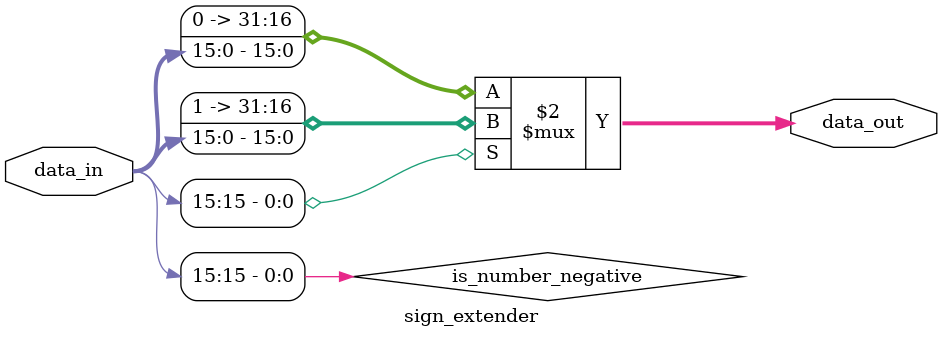
<source format=v>
`timescale 1ns / 1ps

module sign_extender
#(
    parameter NB_DATA   = 32,
    parameter NB_WORD   = 16
)
(
    input  [NB_WORD     -1 : 0] data_in     ,
    output [NB_DATA     -1 : 0] data_out
);

    wire is_number_negative;

    // --------------------------------------------------
    // Output logic
    // --------------------------------------------------
    assign is_number_negative = data_in[NB_WORD-1] == 1;
    assign data_out           = is_number_negative ? {16'b1111111111111111, data_in} : {16'b0000000000000000, data_in};

endmodule

</source>
